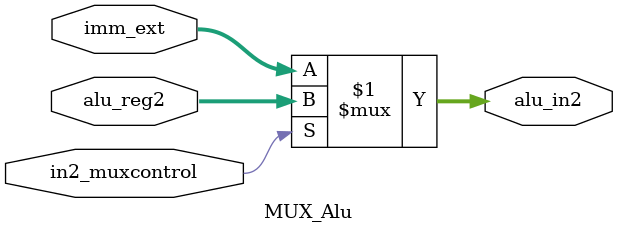
<source format=v>
`timescale 1ns / 1ps


module MUX_Alu (in2_muxcontrol, alu_reg2, imm_ext, alu_in2);
    input wire in2_muxcontrol;
    input wire [31:0] alu_reg2, imm_ext;
    output wire [31:0] alu_in2;
    
    assign alu_in2 = (in2_muxcontrol) ? alu_reg2 : imm_ext;     // judge reg or imm
   
endmodule
</source>
